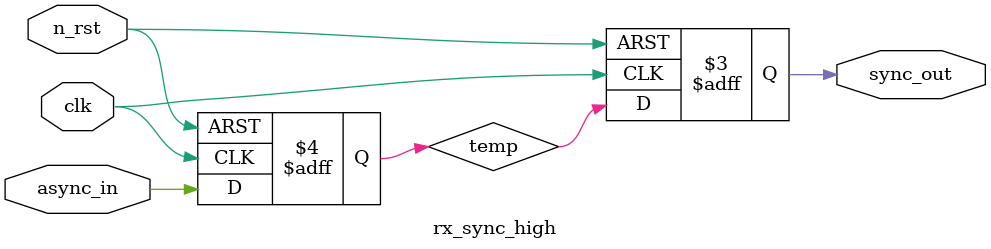
<source format=sv>

module rx_sync_high ( 
    input wire clk,
    input wire n_rst,
    input wire async_in,
    output logic sync_out
);
logic temp;
always_ff @(posedge clk, negedge n_rst)
begin
    if(n_rst == 1'b0) begin
        sync_out <= 1'b1;
        temp <= 1'b1;
    end
    else begin
        temp <= async_in;
        sync_out <= temp;
    end
end

endmodule
</source>
